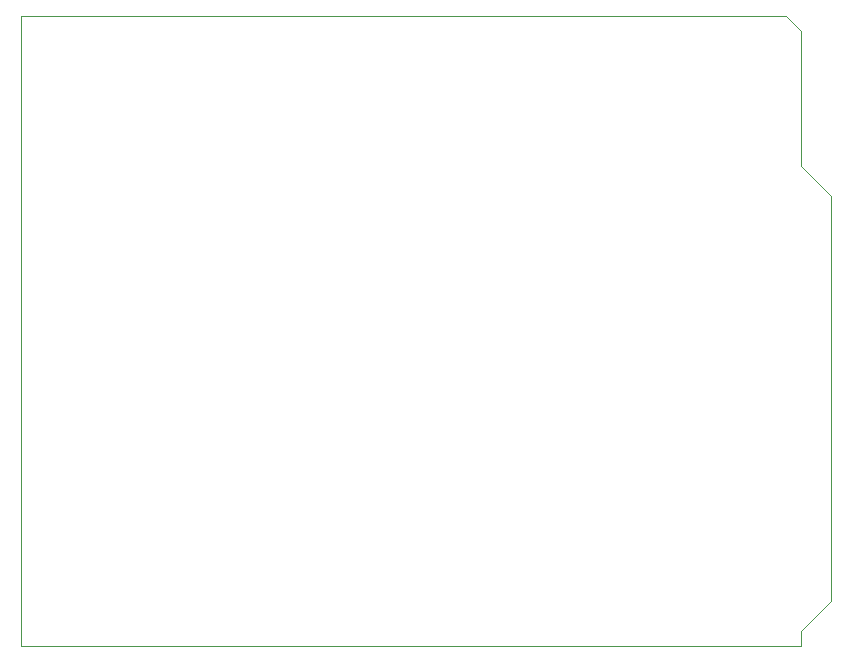
<source format=gbr>
%TF.GenerationSoftware,KiCad,Pcbnew,5.99.0+really5.1.10+dfsg1-1*%
%TF.CreationDate,2021-10-27T10:57:28+02:00*%
%TF.ProjectId,apico_shield,61706963-6f5f-4736-9869-656c642e6b69,rev?*%
%TF.SameCoordinates,Original*%
%TF.FileFunction,Profile,NP*%
%FSLAX46Y46*%
G04 Gerber Fmt 4.6, Leading zero omitted, Abs format (unit mm)*
G04 Created by KiCad (PCBNEW 5.99.0+really5.1.10+dfsg1-1) date 2021-10-27 10:57:28*
%MOMM*%
%LPD*%
G01*
G04 APERTURE LIST*
%TA.AperFunction,Profile*%
%ADD10C,0.050000*%
%TD*%
G04 APERTURE END LIST*
D10*
X180340000Y-127000000D02*
X114300000Y-127000000D01*
X179070000Y-73660000D02*
X180340000Y-74930000D01*
X114300000Y-73660000D02*
X179070000Y-73660000D01*
X180340000Y-86360000D02*
X182880000Y-88900000D01*
X180340000Y-74930000D02*
X180340000Y-86360000D01*
X114300000Y-127000000D02*
X114300000Y-73660000D01*
X182880000Y-123190000D02*
X180340000Y-125730000D01*
X180340000Y-125730000D02*
X180340000Y-127000000D01*
X182880000Y-88900000D02*
X182880000Y-123190000D01*
M02*

</source>
